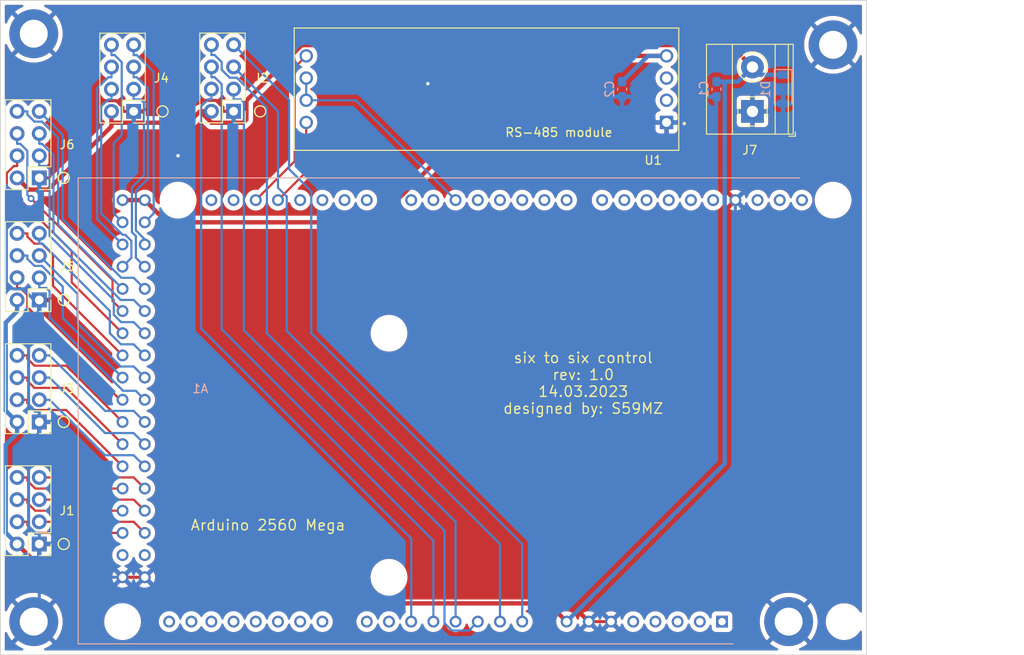
<source format=kicad_pcb>
(kicad_pcb (version 20211014) (generator pcbnew)
  (layers (0 "F.Cu" signal) (31 "B.Cu" signal) (34 "B.Paste" user) (35 "F.Paste" user) (36 "B.SilkS" user "B.Silkscreen") (37 "F.SilkS" user "F.Silkscreen") (38 "B.Mask" user) (39 "F.Mask" user) (44 "Edge.Cuts" user))
  (net 0 "")
  (net 3 "Net-(A1-Pad2)")
  (net 9 "+5V")
  (net 10 "Net-(A1-Pad18)")
  (net 23 "Net-(A1-Pad19)")
  (net 26 "/d54")
  (net 29 "/d55")
  (net 30 "/d56")
  (net 31 "/d57")
  (net 32 "/d58")
  (net 33 "/d59")
  (net 50 "+12V")
  (net 51 "GND")
  (net 54 "/d22")
  (net 55 "/d23")
  (net 56 "/d24")
  (net 57 "/d25")
  (net 58 "/d26")
  (net 59 "/d27")
  (net 60 "/d28")
  (net 61 "/d29")
  (net 62 "/d30")
  (net 63 "/d31")
  (net 64 "/d32")
  (net 65 "/d33")
  (net 66 "/d34")
  (net 67 "/d35")
  (net 68 "/d36")
  (net 69 "/d37")
  (net 70 "/d38")
  (net 71 "/d39")
  (net 72 "/d40")
  (net 73 "/d41")
  (net 74 "/d42")
  (net 75 "/d43")
  (net 76 "/d45")
  (net 77 "/d44")
  (net 78 "/d46")
  (net 79 "/d47")
  (net 80 "/d48")
  (net 81 "/d49")
  (net 82 "/d50")
  (net 83 "/d51")
  (footprint "Library:RS-485_module" (layer "F.Cu") (at 127.0015 72.39 180)
    (fp_text reference "U1" (at 1.525 -4.325) (layer "F.SilkS"))
    (fp_text value "RS-485_module")
    (pad "1" thru_hole rect locked (at 0 0 180) (size 1.53 1.53) (drill 1.02) (layers *.Cu *.Mask) (net 51 "GND"))
    (pad "2" thru_hole circle locked (at 0 2.54 180) (size 1.53 1.53) (drill 1.02) (layers *.Cu *.Mask))
    (pad "3" thru_hole circle locked (at 0 5.08 180) (size 1.53 1.53) (drill 1.02) (layers *.Cu *.Mask))
    (pad "4" thru_hole circle locked (at 0 7.62 180) (size 1.53 1.53) (drill 1.02) (layers *.Cu *.Mask) (net 9 "+5V"))
    (pad "5" thru_hole circle locked (at 41.22 7.62 180) (size 1.53 1.53) (drill 1.02) (layers *.Cu *.Mask) (net 23 "Net-(A1-Pad19)"))
    (pad "6" thru_hole circle locked (at 41.22 5.08 180) (size 1.53 1.53) (drill 1.02) (layers *.Cu *.Mask) (net 3 "Net-(A1-Pad2)"))
    (pad "7" thru_hole circle locked (at 41.22 2.54 180) (size 1.53 1.53) (drill 1.02) (layers *.Cu *.Mask) (net 3 "Net-(A1-Pad2)"))
    (pad "8" thru_hole circle locked (at 41.22 0 180) (size 1.53 1.53) (drill 1.02) (layers *.Cu *.Mask) (net 10 "Net-(A1-Pad18)"))
  )
  (footprint "Connector_PinHeader_2.54mm:PinHeader_2x04_P2.54mm_Vertical" (layer "F.Cu") (at 55.245 92.71 180)
    (fp_text reference "J5" (at -3.175 3.81) (layer "F.SilkS"))
    (fp_text value "relays")
    (pad "1" thru_hole rect locked (at 0 0 180) (size 1.7 1.7) (drill 1) (layers *.Cu *.Mask) (net 51 "GND"))
    (pad "2" thru_hole oval locked (at 2.54 0 180) (size 1.7 1.7) (drill 1) (layers *.Cu *.Mask) (net 50 "+12V"))
    (pad "3" thru_hole oval locked (at 0 2.54 180) (size 1.7 1.7) (drill 1) (layers *.Cu *.Mask) (net 70 "/d38"))
    (pad "4" thru_hole oval locked (at 2.54 2.54 180) (size 1.7 1.7) (drill 1) (layers *.Cu *.Mask) (net 71 "/d39"))
    (pad "5" thru_hole oval locked (at 0 5.08 180) (size 1.7 1.7) (drill 1) (layers *.Cu *.Mask) (net 68 "/d36"))
    (pad "6" thru_hole oval locked (at 2.54 5.08 180) (size 1.7 1.7) (drill 1) (layers *.Cu *.Mask) (net 69 "/d37"))
    (pad "7" thru_hole oval locked (at 0 7.62 180) (size 1.7 1.7) (drill 1) (layers *.Cu *.Mask) (net 66 "/d34"))
    (pad "8" thru_hole oval locked (at 2.54 7.62 180) (size 1.7 1.7) (drill 1) (layers *.Cu *.Mask) (net 67 "/d35"))
  )
  (footprint "Connector_PinHeader_2.54mm:PinHeader_2x04_P2.54mm_Vertical" (layer "F.Cu") (at 55.245 120.65 180)
    (fp_text reference "J1" (at -3.175 3.81) (layer "F.SilkS"))
    (fp_text value "relays")
    (pad "1" thru_hole rect locked (at 0 0 180) (size 1.7 1.7) (drill 1) (layers *.Cu *.Mask) (net 51 "GND"))
    (pad "2" thru_hole oval locked (at 2.54 0 180) (size 1.7 1.7) (drill 1) (layers *.Cu *.Mask) (net 50 "+12V"))
    (pad "3" thru_hole oval locked (at 0 2.54 180) (size 1.7 1.7) (drill 1) (layers *.Cu *.Mask) (net 82 "/d50"))
    (pad "4" thru_hole oval locked (at 2.54 2.54 180) (size 1.7 1.7) (drill 1) (layers *.Cu *.Mask) (net 83 "/d51"))
    (pad "5" thru_hole oval locked (at 0 5.08 180) (size 1.7 1.7) (drill 1) (layers *.Cu *.Mask) (net 80 "/d48"))
    (pad "6" thru_hole oval locked (at 2.54 5.08 180) (size 1.7 1.7) (drill 1) (layers *.Cu *.Mask) (net 81 "/d49"))
    (pad "7" thru_hole oval locked (at 0 7.62 180) (size 1.7 1.7) (drill 1) (layers *.Cu *.Mask) (net 78 "/d46"))
    (pad "8" thru_hole oval locked (at 2.54 7.62 180) (size 1.7 1.7) (drill 1) (layers *.Cu *.Mask) (net 79 "/d47"))
  )
  (footprint "Connector_PinHeader_2.54mm:PinHeader_2x04_P2.54mm_Vertical" (layer "F.Cu") (at 66.04 71.12 180)
    (fp_text reference "J4" (at -3.175 3.81) (layer "F.SilkS"))
    (fp_text value "relays")
    (pad "1" thru_hole rect locked (at 0 0 180) (size 1.7 1.7) (drill 1) (layers *.Cu *.Mask) (net 51 "GND"))
    (pad "2" thru_hole oval locked (at 2.54 0 180) (size 1.7 1.7) (drill 1) (layers *.Cu *.Mask) (net 50 "+12V"))
    (pad "3" thru_hole oval locked (at 0 2.54 180) (size 1.7 1.7) (drill 1) (layers *.Cu *.Mask) (net 58 "/d26"))
    (pad "4" thru_hole oval locked (at 2.54 2.54 180) (size 1.7 1.7) (drill 1) (layers *.Cu *.Mask) (net 59 "/d27"))
    (pad "5" thru_hole oval locked (at 0 5.08 180) (size 1.7 1.7) (drill 1) (layers *.Cu *.Mask) (net 56 "/d24"))
    (pad "6" thru_hole oval locked (at 2.54 5.08 180) (size 1.7 1.7) (drill 1) (layers *.Cu *.Mask) (net 57 "/d25"))
    (pad "7" thru_hole oval locked (at 0 7.62 180) (size 1.7 1.7) (drill 1) (layers *.Cu *.Mask) (net 54 "/d22"))
    (pad "8" thru_hole oval locked (at 2.54 7.62 180) (size 1.7 1.7) (drill 1) (layers *.Cu *.Mask) (net 55 "/d23"))
  )
  (footprint "MountingHole:MountingHole_3.2mm_M3_DIN965_Pad" (layer "F.Cu") (at 140.97 129.54)
    (fp_text reference "H4" hide)
    (fp_text value "M3")
    (pad "1" thru_hole circle locked (at 0 0) (size 5.6 5.6) (drill 3.2) (layers *.Cu *.Mask) (net 51 "GND"))
  )
  (footprint "MountingHole:MountingHole_3.2mm_M3_DIN965_Pad" (layer "F.Cu") (at 54.61 129.54)
    (fp_text reference "H3" hide)
    (fp_text value "M3")
    (pad "1" thru_hole circle locked (at 0 0) (size 5.6 5.6) (drill 3.2) (layers *.Cu *.Mask) (net 51 "GND"))
  )
  (footprint "MountingHole:MountingHole_3.2mm_M3_DIN965_Pad" (layer "F.Cu") (at 146.05 63.5)
    (fp_text reference "H2" hide)
    (fp_text value "M3")
    (pad "1" thru_hole circle locked (at 0 0) (size 5.6 5.6) (drill 3.2) (layers *.Cu *.Mask) (net 51 "GND"))
  )
  (footprint "Connector_PinHeader_2.54mm:PinHeader_2x04_P2.54mm_Vertical" (layer "F.Cu") (at 77.475 71.11 180)
    (fp_text reference "J2" (at -3.17 3.8) (layer "F.SilkS"))
    (fp_text value "relays")
    (pad "1" thru_hole rect locked (at 0 0 180) (size 1.7 1.7) (drill 1) (layers *.Cu *.Mask) (net 51 "GND"))
    (pad "2" thru_hole oval locked (at 2.54 0 180) (size 1.7 1.7) (drill 1) (layers *.Cu *.Mask) (net 50 "+12V"))
    (pad "3" thru_hole oval locked (at 0 2.54 180) (size 1.7 1.7) (drill 1) (layers *.Cu *.Mask) (net 30 "/d56"))
    (pad "4" thru_hole oval locked (at 2.54 2.54 180) (size 1.7 1.7) (drill 1) (layers *.Cu *.Mask) (net 33 "/d59"))
    (pad "5" thru_hole oval locked (at 0 5.08 180) (size 1.7 1.7) (drill 1) (layers *.Cu *.Mask) (net 29 "/d55"))
    (pad "6" thru_hole oval locked (at 2.54 5.08 180) (size 1.7 1.7) (drill 1) (layers *.Cu *.Mask) (net 32 "/d58"))
    (pad "7" thru_hole oval locked (at 0 7.62 180) (size 1.7 1.7) (drill 1) (layers *.Cu *.Mask) (net 26 "/d54"))
    (pad "8" thru_hole oval locked (at 2.54 7.62 180) (size 1.7 1.7) (drill 1) (layers *.Cu *.Mask) (net 31 "/d57"))
  )
  (footprint "TerminalBlock_Phoenix:TerminalBlock_Phoenix_MKDS-1,5-2-5.08_1x02_P5.08mm_Horizontal" (layer "F.Cu") (at 136.83 71.125 90)
    (fp_text reference "J7" (at -4.44 -0.305) (layer "F.SilkS"))
    (fp_text value "12V Power")
    (pad "1" thru_hole rect locked (at 0 0 90) (size 2.6 2.6) (drill 1.3) (layers *.Cu *.Mask) (net 51 "GND"))
    (pad "2" thru_hole circle locked (at 5.08 0 90) (size 2.6 2.6) (drill 1.3) (layers *.Cu *.Mask) (net 50 "+12V"))
  )
  (footprint "MountingHole:MountingHole_3.2mm_M3_DIN965_Pad" (layer "F.Cu") (at 54.61 62.23)
    (fp_text reference "H1" hide)
    (fp_text value "M3")
    (pad "1" thru_hole circle locked (at 0 0) (size 5.6 5.6) (drill 3.2) (layers *.Cu *.Mask) (net 51 "GND"))
  )
  (footprint "Connector_PinHeader_2.54mm:PinHeader_2x04_P2.54mm_Vertical" (layer "F.Cu") (at 55.245 106.68 180)
    (fp_text reference "J3" (at -3.175 3.81) (layer "F.SilkS"))
    (fp_text value "relays")
    (pad "1" thru_hole rect locked (at 0 0 180) (size 1.7 1.7) (drill 1) (layers *.Cu *.Mask) (net 51 "GND"))
    (pad "2" thru_hole oval locked (at 2.54 0 180) (size 1.7 1.7) (drill 1) (layers *.Cu *.Mask) (net 50 "+12V"))
    (pad "3" thru_hole oval locked (at 0 2.54 180) (size 1.7 1.7) (drill 1) (layers *.Cu *.Mask) (net 77 "/d44"))
    (pad "4" thru_hole oval locked (at 2.54 2.54 180) (size 1.7 1.7) (drill 1) (layers *.Cu *.Mask) (net 76 "/d45"))
    (pad "5" thru_hole oval locked (at 0 5.08 180) (size 1.7 1.7) (drill 1) (layers *.Cu *.Mask) (net 74 "/d42"))
    (pad "6" thru_hole oval locked (at 2.54 5.08 180) (size 1.7 1.7) (drill 1) (layers *.Cu *.Mask) (net 75 "/d43"))
    (pad "7" thru_hole oval locked (at 0 7.62 180) (size 1.7 1.7) (drill 1) (layers *.Cu *.Mask) (net 72 "/d40"))
    (pad "8" thru_hole oval locked (at 2.54 7.62 180) (size 1.7 1.7) (drill 1) (layers *.Cu *.Mask) (net 73 "/d41"))
  )
  (footprint "Connector_PinHeader_2.54mm:PinHeader_2x04_P2.54mm_Vertical" (layer "F.Cu") (at 55.245 78.74 180)
    (fp_text reference "J6" (at -3.175 3.81) (layer "F.SilkS"))
    (fp_text value "relays")
    (pad "1" thru_hole rect locked (at 0 0 180) (size 1.7 1.7) (drill 1) (layers *.Cu *.Mask) (net 51 "GND"))
    (pad "2" thru_hole oval locked (at 2.54 0 180) (size 1.7 1.7) (drill 1) (layers *.Cu *.Mask) (net 50 "+12V"))
    (pad "3" thru_hole oval locked (at 0 2.54 180) (size 1.7 1.7) (drill 1) (layers *.Cu *.Mask) (net 64 "/d32"))
    (pad "4" thru_hole oval locked (at 2.54 2.54 180) (size 1.7 1.7) (drill 1) (layers *.Cu *.Mask) (net 65 "/d33"))
    (pad "5" thru_hole oval locked (at 0 5.08 180) (size 1.7 1.7) (drill 1) (layers *.Cu *.Mask) (net 62 "/d30"))
    (pad "6" thru_hole oval locked (at 2.54 5.08 180) (size 1.7 1.7) (drill 1) (layers *.Cu *.Mask) (net 63 "/d31"))
    (pad "7" thru_hole oval locked (at 0 7.62 180) (size 1.7 1.7) (drill 1) (layers *.Cu *.Mask) (net 60 "/d28"))
    (pad "8" thru_hole oval locked (at 2.54 7.62 180) (size 1.7 1.7) (drill 1) (layers *.Cu *.Mask) (net 61 "/d29"))
  )
  (footprint "Capacitor_SMD:C_0603_1608Metric_Pad1.08x0.95mm_HandSolder" (layer "B.Cu") (at 132.715 68.585 -90)
    (fp_text reference "C1" (at 0 1.43 90) (layer "B.SilkS") (effects (justify mirror)))
    (fp_text value "100n")
    (pad "1" smd roundrect locked (at -0.8625 0 270) (size 1.075 0.95) (layers "B.Cu" "B.Paste" "B.Mask") (net 50 "+12V"))
    (pad "2" smd roundrect locked (at 0.8625 0 270) (size 1.075 0.95) (layers "B.Cu" "B.Paste" "B.Mask") (net 51 "GND"))
  )
  (footprint "Library:ARDUINO_mega" (layer "B.Cu") (at 67.31 81.28 90)
    (fp_text reference "A1" (at -21.59 6.35 180) (layer "B.SilkS") (effects (justify mirror)))
    (fp_text value "Arduino_mega")
    (pad "" np_thru_hole circle locked (at 0 78.74 90) (size 3.2 3.2) (drill 3.2) (layers *.Cu *.Mask))
    (pad "" np_thru_hole circle locked (at 0 3.81 90) (size 3.2 3.2) (drill 3.2) (layers *.Cu *.Mask))
    (pad "" np_thru_hole circle locked (at -43.18 27.94 90) (size 3.2 3.2) (drill 3.2) (layers *.Cu *.Mask))
    (pad "" np_thru_hole circle locked (at -15.24 27.94 90) (size 3.2 3.2) (drill 3.2) (layers *.Cu *.Mask))
    (pad "" np_thru_hole circle locked (at -48.26 -2.54 90) (size 3.2 3.2) (drill 3.2) (layers *.Cu *.Mask))
    (pad "" np_thru_hole circle locked (at -48.26 80.01 90) (size 3.2 3.2) (drill 3.2) (layers *.Cu *.Mask))
    (pad "0" thru_hole circle locked (at 0 30.48 90) (size 1.358 1.358) (drill 0.85) (layers *.Cu *.Mask))
    (pad "1" thru_hole circle locked (at 0 33.02 90) (size 1.358 1.358) (drill 0.85) (layers *.Cu *.Mask))
    (pad "2" thru_hole circle locked (at 0 35.56 90) (size 1.358 1.358) (drill 0.85) (layers *.Cu *.Mask) (net 3 "Net-(A1-Pad2)"))
    (pad "3" thru_hole circle locked (at 0 38.1 90) (size 1.358 1.358) (drill 0.85) (layers *.Cu *.Mask))
    (pad "3V3" thru_hole circle locked (at -48.26 58.42 90) (size 1.358 1.358) (drill 0.85) (layers *.Cu *.Mask))
    (pad "4" thru_hole circle locked (at 0 40.64 90) (size 1.358 1.358) (drill 0.85) (layers *.Cu *.Mask))
    (pad "5" thru_hole circle locked (at 0 43.18 90) (size 1.358 1.358) (drill 0.85) (layers *.Cu *.Mask))
    (pad "5V_1" thru_hole circle locked (at -48.26 55.88 90) (size 1.358 1.358) (drill 0.85) (layers *.Cu *.Mask))
    (pad "5V_2" thru_hole circle locked (at 0 0 90) (size 1.358 1.358) (drill 0.85) (layers *.Cu *.Mask) (net 9 "+5V"))
    (pad "5V_3" thru_hole circle locked (at 0 -2.54 90) (size 1.358 1.358) (drill 0.85) (layers *.Cu *.Mask) (net 9 "+5V"))
    (pad "6" thru_hole circle locked (at 0 45.72 90) (size 1.358 1.358) (drill 0.85) (layers *.Cu *.Mask))
    (pad "7" thru_hole circle locked (at 0 48.26 90) (size 1.358 1.358) (drill 0.85) (layers *.Cu *.Mask))
    (pad "8" thru_hole circle locked (at 0 52.324 90) (size 1.358 1.358) (drill 0.85) (layers *.Cu *.Mask))
    (pad "9" thru_hole circle locked (at 0 54.864 90) (size 1.358 1.358) (drill 0.85) (layers *.Cu *.Mask))
    (pad "10" thru_hole circle locked (at 0 57.404 90) (size 1.358 1.358) (drill 0.85) (layers *.Cu *.Mask))
    (pad "11" thru_hole circle locked (at 0 59.944 90) (size 1.358 1.358) (drill 0.85) (layers *.Cu *.Mask))
    (pad "12" thru_hole circle locked (at 0 62.484 90) (size 1.358 1.358) (drill 0.85) (layers *.Cu *.Mask))
    (pad "13" thru_hole circle locked (at 0 65.024 90) (size 1.358 1.358) (drill 0.85) (layers *.Cu *.Mask))
    (pad "14" thru_hole circle locked (at 0 25.4 90) (size 1.358 1.358) (drill 0.85) (layers *.Cu *.Mask))
    (pad "15" thru_hole circle locked (at 0 22.86 90) (size 1.358 1.358) (drill 0.85) (layers *.Cu *.Mask))
    (pad "16" thru_hole circle locked (at 0 20.32 90) (size 1.358 1.358) (drill 0.85) (layers *.Cu *.Mask))
    (pad "17" thru_hole circle locked (at 0 17.78 90) (size 1.358 1.358) (drill 0.85) (layers *.Cu *.Mask))
    (pad "18" thru_hole circle locked (at 0 15.24 90) (size 1.358 1.358) (drill 0.85) (layers *.Cu *.Mask) (net 10 "Net-(A1-Pad18)"))
    (pad "19" thru_hole circle locked (at 0 12.7 90) (size 1.358 1.358) (drill 0.85) (layers *.Cu *.Mask) (net 23 "Net-(A1-Pad19)"))
    (pad "20" thru_hole circle locked (at 0 10.16 90) (size 1.358 1.358) (drill 0.85) (layers *.Cu *.Mask))
    (pad "21" thru_hole circle locked (at 0 7.62 90) (size 1.358 1.358) (drill 0.85) (layers *.Cu *.Mask))
    (pad "22" thru_hole circle locked (at -2.54 0 90) (size 1.358 1.358) (drill 0.85) (layers *.Cu *.Mask) (net 54 "/d22"))
    (pad "23" thru_hole circle locked (at -2.54 -2.54 90) (size 1.358 1.358) (drill 0.85) (layers *.Cu *.Mask) (net 55 "/d23"))
    (pad "24" thru_hole circle locked (at -5.08 0 90) (size 1.358 1.358) (drill 0.85) (layers *.Cu *.Mask) (net 56 "/d24"))
    (pad "25" thru_hole circle locked (at -5.08 -2.54 90) (size 1.358 1.358) (drill 0.85) (layers *.Cu *.Mask) (net 57 "/d25"))
    (pad "26" thru_hole circle locked (at -7.62 0 90) (size 1.358 1.358) (drill 0.85) (layers *.Cu *.Mask) (net 58 "/d26"))
    (pad "27" thru_hole circle locked (at -7.62 -2.54 90) (size 1.358 1.358) (drill 0.85) (layers *.Cu *.Mask) (net 59 "/d27"))
    (pad "28" thru_hole circle locked (at -10.16 0 90) (size 1.358 1.358) (drill 0.85) (layers *.Cu *.Mask) (net 60 "/d28"))
    (pad "29" thru_hole circle locked (at -10.16 -2.54 90) (size 1.358 1.358) (drill 0.85) (layers *.Cu *.Mask) (net 61 "/d29"))
    (pad "30" thru_hole circle locked (at -12.7 0 90) (size 1.358 1.358) (drill 0.85) (layers *.Cu *.Mask) (net 62 "/d30"))
    (pad "31" thru_hole circle locked (at -12.7 -2.54 90) (size 1.358 1.358) (drill 0.85) (layers *.Cu *.Mask) (net 63 "/d31"))
    (pad "32" thru_hole circle locked (at -15.24 0 90) (size 1.358 1.358) (drill 0.85) (layers *.Cu *.Mask) (net 64 "/d32"))
    (pad "33" thru_hole circle locked (at -15.24 -2.54 90) (size 1.358 1.358) (drill 0.85) (layers *.Cu *.Mask) (net 65 "/d33"))
    (pad "34" thru_hole circle locked (at -17.78 0 90) (size 1.358 1.358) (drill 0.85) (layers *.Cu *.Mask) (net 66 "/d34"))
    (pad "35" thru_hole circle locked (at -17.78 -2.54 90) (size 1.358 1.358) (drill 0.85) (layers *.Cu *.Mask) (net 67 "/d35"))
    (pad "36" thru_hole circle locked (at -20.32 0 90) (size 1.358 1.358) (drill 0.85) (layers *.Cu *.Mask) (net 68 "/d36"))
    (pad "37" thru_hole circle locked (at -20.32 -2.54 90) (size 1.358 1.358) (drill 0.85) (layers *.Cu *.Mask) (net 69 "/d37"))
    (pad "38" thru_hole circle locked (at -22.86 0 90) (size 1.358 1.358) (drill 0.85) (layers *.Cu *.Mask) (net 70 "/d38"))
    (pad "39" thru_hole circle locked (at -22.86 -2.54 90) (size 1.358 1.358) (drill 0.85) (layers *.Cu *.Mask) (net 71 "/d39"))
    (pad "40" thru_hole circle locked (at -25.4 0 90) (size 1.358 1.358) (drill 0.85) (layers *.Cu *.Mask) (net 72 "/d40"))
    (pad "41" thru_hole circle locked (at -25.4 -2.54 90) (size 1.358 1.358) (drill 0.85) (layers *.Cu *.Mask) (net 73 "/d41"))
    (pad "42" thru_hole circle locked (at -27.94 0 90) (size 1.358 1.358) (drill 0.85) (layers *.Cu *.Mask) (net 74 "/d42"))
    (pad "43" thru_hole circle locked (at -27.94 -2.54 90) (size 1.358 1.358) (drill 0.85) (layers *.Cu *.Mask) (net 75 "/d43"))
    (pad "44" thru_hole circle locked (at -30.48 0 90) (size 1.358 1.358) (drill 0.85) (layers *.Cu *.Mask) (net 77 "/d44"))
    (pad "45" thru_hole circle locked (at -30.48 -2.54 90) (size 1.358 1.358) (drill 0.85) (layers *.Cu *.Mask) (net 76 "/d45"))
    (pad "46" thru_hole circle locked (at -33.02 0 90) (size 1.358 1.358) (drill 0.85) (layers *.Cu *.Mask) (net 78 "/d46"))
    (pad "47" thru_hole circle locked (at -33.02 -2.54 90) (size 1.358 1.358) (drill 0.85) (layers *.Cu *.Mask) (net 79 "/d47"))
    (pad "48" thru_hole circle locked (at -35.56 0 90) (size 1.358 1.358) (drill 0.85) (layers *.Cu *.Mask) (net 80 "/d48"))
    (pad "49" thru_hole circle locked (at -35.56 -2.54 90) (size 1.358 1.358) (drill 0.85) (layers *.Cu *.Mask) (net 81 "/d49"))
    (pad "50" thru_hole circle locked (at -38.1 0 90) (size 1.358 1.358) (drill 0.85) (layers *.Cu *.Mask) (net 82 "/d50"))
    (pad "51" thru_hole circle locked (at -38.1 -2.54 90) (size 1.358 1.358) (drill 0.85) (layers *.Cu *.Mask) (net 83 "/d51"))
    (pad "52" thru_hole circle locked (at -40.64 0 90) (size 1.358 1.358) (drill 0.85) (layers *.Cu *.Mask))
    (pad "53" thru_hole circle locked (at -40.64 -2.54 90) (size 1.358 1.358) (drill 0.85) (layers *.Cu *.Mask))
    (pad "AD0" thru_hole circle locked (at -48.26 43.18 90) (size 1.358 1.358) (drill 0.85) (layers *.Cu *.Mask) (net 26 "/d54"))
    (pad "AD1" thru_hole circle locked (at -48.26 40.64 90) (size 1.358 1.358) (drill 0.85) (layers *.Cu *.Mask) (net 29 "/d55"))
    (pad "AD2" thru_hole circle locked (at -48.26 38.1 90) (size 1.358 1.358) (drill 0.85) (layers *.Cu *.Mask) (net 30 "/d56"))
    (pad "AD3" thru_hole circle locked (at -48.26 35.56 90) (size 1.358 1.358) (drill 0.85) (layers *.Cu *.Mask) (net 31 "/d57"))
    (pad "AD4" thru_hole circle locked (at -48.26 33.02 90) (size 1.358 1.358) (drill 0.85) (layers *.Cu *.Mask) (net 32 "/d58"))
    (pad "AD5" thru_hole circle locked (at -48.26 30.48 90) (size 1.358 1.358) (drill 0.85) (layers *.Cu *.Mask) (net 33 "/d59"))
    (pad "AD6" thru_hole circle locked (at -48.26 27.94 90) (size 1.358 1.358) (drill 0.85) (layers *.Cu *.Mask))
    (pad "AD7" thru_hole circle locked (at -48.26 25.4 90) (size 1.358 1.358) (drill 0.85) (layers *.Cu *.Mask))
    (pad "AD8" thru_hole circle locked (at -48.26 20.32 90) (size 1.358 1.358) (drill 0.85) (layers *.Cu *.Mask))
    (pad "AD9" thru_hole circle locked (at -48.26 17.78 90) (size 1.358 1.358) (drill 0.85) (layers *.Cu *.Mask))
    (pad "AD10" thru_hole circle locked (at -48.26 15.24 90) (size 1.358 1.358) (drill 0.85) (layers *.Cu *.Mask))
    (pad "AD11" thru_hole circle locked (at -48.26 12.7 90) (size 1.358 1.358) (drill 0.85) (layers *.Cu *.Mask))
    (pad "AD12" thru_hole circle locked (at -48.26 10.16 90) (size 1.358 1.358) (drill 0.85) (layers *.Cu *.Mask))
    (pad "AD13" thru_hole circle locked (at -48.26 7.62 90) (size 1.358 1.358) (drill 0.85) (layers *.Cu *.Mask))
    (pad "AD14" thru_hole circle locked (at -48.26 5.334 90) (size 1.358 1.358) (drill 0.85) (layers *.Cu *.Mask))
    (pad "AD15" thru_hole circle locked (at -48.26 2.794 90) (size 1.358 1.358) (drill 0.85) (layers *.Cu *.Mask))
    (pad "AREF" thru_hole circle locked (at 0 70.104 90) (size 1.358 1.358) (drill 0.85) (layers *.Cu *.Mask))
    (pad "GND1" thru_hole circle locked (at -48.26 53.34 90) (size 1.358 1.358) (drill 0.85) (layers *.Cu *.Mask) (net 51 "GND"))
    (pad "GND2" thru_hole circle locked (at -48.26 50.8 90) (size 1.358 1.358) (drill 0.85) (layers *.Cu *.Mask) (net 51 "GND"))
    (pad "GND3" thru_hole circle locked (at 0 67.564 90) (size 1.358 1.358) (drill 0.85) (layers *.Cu *.Mask) (net 51 "GND"))
    (pad "GND4" thru_hole circle locked (at -43.18 0 90) (size 1.358 1.358) (drill 0.85) (layers *.Cu *.Mask) (net 51 "GND"))
    (pad "GND5" thru_hole circle locked (at -43.18 -2.54 90) (size 1.358 1.358) (drill 0.85) (layers *.Cu *.Mask) (net 51 "GND"))
    (pad "IOREF" thru_hole circle locked (at -48.26 63.5 90) (size 1.358 1.358) (drill 0.85) (layers *.Cu *.Mask))
    (pad "NC" thru_hole rect locked (at -48.26 66.04 90) (size 1.358 1.358) (drill 0.85) (layers *.Cu *.Mask))
    (pad "RESET" thru_hole circle locked (at -48.26 60.96 90) (size 1.358 1.358) (drill 0.85) (layers *.Cu *.Mask))
    (pad "SCL" thru_hole circle locked (at 0 75.184 90) (size 1.358 1.358) (drill 0.85) (layers *.Cu *.Mask))
    (pad "SDA" thru_hole circle locked (at 0 72.644 90) (size 1.358 1.358) (drill 0.85) (layers *.Cu *.Mask))
    (pad "VIN" thru_hole circle locked (at -48.26 48.26 90) (size 1.358 1.358) (drill 0.85) (layers *.Cu *.Mask) (net 50 "+12V"))
  )
  (footprint "Diode_SMD:D_SOD-123" (layer "B.Cu") (at 140.335 68.585 -90)
    (fp_text reference "D1" (at 0 2 90) (layer "B.SilkS") (effects (justify mirror)))
    (fp_text value "1N4148W")
    (pad "1" smd rect locked (at -1.65 0 270) (size 0.9 1.2) (layers "B.Cu" "B.Paste" "B.Mask") (net 50 "+12V"))
    (pad "2" smd rect locked (at 1.65 0 270) (size 0.9 1.2) (layers "B.Cu" "B.Paste" "B.Mask") (net 51 "GND"))
  )
  (footprint "Capacitor_SMD:C_0603_1608Metric_Pad1.08x0.95mm_HandSolder" (layer "B.Cu") (at 121.9215 68.58 -90)
    (fp_text reference "C2" (at 0 1.43 90) (layer "B.SilkS") (effects (justify mirror)))
    (fp_text value "100n")
    (pad "1" smd roundrect locked (at -0.8625 0 270) (size 1.075 0.95) (layers "B.Cu" "B.Paste" "B.Mask") (net 9 "+5V"))
    (pad "2" smd roundrect locked (at 0.8625 0 270) (size 1.075 0.95) (layers "B.Cu" "B.Paste" "B.Mask") (net 51 "GND"))
  )
  (gr_circle (center 58.039 120.65) (end 58.547 121.031) (layer "F.SilkS") (width 0.15) (fill none))
  (gr_circle (center 58.039 92.71) (end 58.547 93.091) (layer "F.SilkS") (width 0.15) (fill none))
  (gr_circle (center 69.342 71.12) (end 69.85 71.501) (layer "F.SilkS") (width 0.15) (fill none))
  (gr_circle (center 58.039 106.68) (end 58.547 107.061) (layer "F.SilkS") (width 0.15) (fill none))
  (gr_circle (center 58.039 78.74) (end 58.547 79.121) (layer "F.SilkS") (width 0.15) (fill none))
  (gr_circle (center 80.518 71.12) (end 81.026 71.501) (layer "F.SilkS") (width 0.15) (fill none))
  (gr_rect locked (start 50.8 58.42) (end 149.86 133.35) (layer "Edge.Cuts") (width 0.1) (fill none))
  (gr_text "Arduino 2560 Mega" (at 81.407 118.491) (layer "F.SilkS") (effects (font (size 1.2 1.2))))
  (gr_text "RS-485 module" (at 114.681 73.533) (layer "F.SilkS") (effects (font (size 1 1))))
  (gr_text "six to six control\nrev: 1.0\n14.03.2023\ndesigned by: S59MZ" (at 117.475 102.235) (layer "F.SilkS") (effects (font (size 1.2 1.2))))
  (segment (start 85.7815 69.85) (end 85.7815 67.31) (width 0.25) (layer "B.Cu") (net 3))
  (segment (start 91.44 69.85) (end 85.7815 69.85) (width 0.25) (layer "B.Cu") (net 3))
  (segment (start 102.87 81.28) (end 91.44 69.85) (width 0.25) (layer "B.Cu") (net 3))
  (segment (start 112.6853 64.77) (end 93.6353 83.82) (width 0.5) (layer "F.Cu") (net 9))
  (segment (start 64.77 81.28) (end 67.31 81.28) (width 0.5) (layer "F.Cu") (net 9))
  (segment (start 69.85 83.82) (end 67.31 81.28) (width 0.5) (layer "F.Cu") (net 9))
  (segment (start 127.0015 64.77) (end 112.6853 64.77) (width 0.5) (layer "F.Cu") (net 9))
  (segment (start 93.6353 83.82) (end 69.85 83.82) (width 0.5) (layer "F.Cu") (net 9))
  (segment (start 121.9215 67.7175) (end 124.869 64.77) (width 0.5) (layer "B.Cu") (net 9))
  (segment (start 124.869 64.77) (end 127.0015 64.77) (width 0.5) (layer "B.Cu") (net 9))
  (segment (start 82.55 81.28) (end 85.7815 78.0485) (width 0.25) (layer "F.Cu") (net 10))
  (segment (start 85.7815 78.0485) (end 85.7815 72.39) (width 0.25) (layer "F.Cu") (net 10))
  (segment (start 84.455 66.0965) (end 85.7815 64.77) (width 0.25) (layer "F.Cu") (net 23))
  (segment (start 84.455 76.835) (end 84.455 66.0965) (width 0.25) (layer "F.Cu") (net 23))
  (segment (start 80.01 81.28) (end 84.455 76.835) (width 0.25) (layer "F.Cu") (net 23))
  (segment (start 86.36 80.264) (end 83.82 77.724) (width 0.25) (layer "B.Cu") (net 26))
  (segment (start 110.49 120.65) (end 86.36 96.52) (width 0.25) (layer "B.Cu") (net 26))
  (segment (start 110.49 129.54) (end 110.49 120.65) (width 0.25) (layer "B.Cu") (net 26))
  (segment (start 83.82 69.835) (end 77.475 63.49) (width 0.25) (layer "B.Cu") (net 26))
  (segment (start 86.36 96.52) (end 86.36 80.264) (width 0.25) (layer "B.Cu") (net 26))
  (segment (start 83.82 77.724) (end 83.82 69.835) (width 0.25) (layer "B.Cu") (net 26))
  (segment (start 83.554 96.254) (end 107.95 120.65) (width 0.25) (layer "B.Cu") (net 29))
  (segment (start 107.95 120.65) (end 107.95 129.54) (width 0.25) (layer "B.Cu") (net 29))
  (segment (start 82.55 71.105) (end 82.55 79.860129) (width 0.25) (layer "B.Cu") (net 29))
  (segment (start 83.554 80.864129) (end 83.554 96.254) (width 0.25) (layer "B.Cu") (net 29))
  (segment (start 82.55 79.860129) (end 83.554 80.864129) (width 0.25) (layer "B.Cu") (net 29))
  (segment (start 77.475 66.03) (end 82.55 71.105) (width 0.25) (layer "B.Cu") (net 29))
  (segment (start 104.3919 130.5581) (end 102.4434 130.5581) (width 0.25) (layer "B.Cu") (net 30))
  (segment (start 78.6503 70.1125) (end 78.2831 69.7453) (width 0.25) (layer "B.Cu") (net 30))
  (segment (start 77.475 69.7453) (end 77.475 68.57) (width 0.25) (layer "B.Cu") (net 30))
  (segment (start 78.6503 96.1763) (end 78.6503 70.1125) (width 0.25) (layer "B.Cu") (net 30))
  (segment (start 101.6 119.126) (end 78.6503 96.1763) (width 0.25) (layer "B.Cu") (net 30))
  (segment (start 101.6 129.7147) (end 101.6 119.126) (width 0.25) (layer "B.Cu") (net 30))
  (segment (start 102.4434 130.5581) (end 101.6 129.7147) (width 0.25) (layer "B.Cu") (net 30))
  (segment (start 105.41 129.54) (end 104.3919 130.5581) (width 0.25) (layer "B.Cu") (net 30))
  (segment (start 78.2831 69.7453) (end 77.475 69.7453) (width 0.25) (layer "B.Cu") (net 30))
  (segment (start 81.28 70.7086) (end 77.838 67.2666) (width 0.25) (layer "B.Cu") (net 31))
  (segment (start 75.3024 64.6653) (end 74.935 64.6653) (width 0.25) (layer "B.Cu") (net 31))
  (segment (start 77.0274 67.2666) (end 76.1103 66.3495) (width 0.25) (layer "B.Cu") (net 31))
  (segment (start 77.838 67.2666) (end 77.0274 67.2666) (width 0.25) (layer "B.Cu") (net 31))
  (segment (start 74.935 64.6653) (end 74.935 63.49) (width 0.25) (layer "B.Cu") (net 31))
  (segment (start 81.28 96.52) (end 81.28 70.7086) (width 0.25) (layer "B.Cu") (net 31))
  (segment (start 102.87 129.54) (end 102.87 118.11) (width 0.25) (layer "B.Cu") (net 31))
  (segment (start 102.87 118.11) (end 81.28 96.52) (width 0.25) (layer "B.Cu") (net 31))
  (segment (start 76.1103 65.4732) (end 75.3024 64.6653) (width 0.25) (layer "B.Cu") (net 31))
  (segment (start 76.1103 66.3495) (end 76.1103 65.4732) (width 0.25) (layer "B.Cu") (net 31))
  (segment (start 75.3024 67.2053) (end 74.935 67.2053) (width 0.25) (layer "B.Cu") (net 32))
  (segment (start 74.935 66.03) (end 74.935 67.2053) (width 0.25) (layer "B.Cu") (net 32))
  (segment (start 100.33 129.54) (end 100.33 120.2768) (width 0.25) (layer "B.Cu") (net 32))
  (segment (start 76.1103 68.0132) (end 75.3024 67.2053) (width 0.25) (layer "B.Cu") (net 32))
  (segment (start 100.33 120.2768) (end 76.1103 96.0571) (width 0.25) (layer "B.Cu") (net 32))
  (segment (start 76.1103 96.0571) (end 76.1103 68.0132) (width 0.25) (layer "B.Cu") (net 32))
  (segment (start 73.7597 70.5532) (end 74.5676 69.7453) (width 0.25) (layer "B.Cu") (net 33))
  (segment (start 74.935 69.7453) (end 74.935 68.57) (width 0.25) (layer "B.Cu") (net 33))
  (segment (start 97.79 120.015) (end 73.7597 95.9847) (width 0.25) (layer "B.Cu") (net 33))
  (segment (start 97.79 129.54) (end 97.79 120.015) (width 0.25) (layer "B.Cu") (net 33))
  (segment (start 74.5676 69.7453) (end 74.935 69.7453) (width 0.25) (layer "B.Cu") (net 33))
  (segment (start 73.7597 95.9847) (end 73.7597 70.5532) (width 0.25) (layer "B.Cu") (net 33))
  (segment (start 85.2768 63.5303) (end 78.9392 69.8679) (width 0.5) (layer "F.Cu") (net 50))
  (segment (start 56.264 80.0742) (end 63.5 72.8382) (width 0.5) (layer "F.Cu") (net 50))
  (segment (start 113.4812 127.4512) (end 69.417316 127.4512) (width 0.5) (layer "F.Cu") (net 50))
  (segment (start 52.705 78.74) (end 54.0392 80.0742) (width 0.5) (layer "F.Cu") (net 50))
  (segment (start 54.0392 80.0742) (end 56.264 80.0742) (width 0.5) (layer "F.Cu") (net 50))
  (segment (start 134.3153 63.5303) (end 85.2768 63.5303) (width 0.5) (layer "F.Cu") (net 50))
  (segment (start 58.801 126.746) (end 52.705 120.65) (width 0.5) (layer "F.Cu") (net 50))
  (segment (start 63.5 71.12) (end 63.5 72.4203) (width 0.5) (layer "F.Cu") (net 50))
  (segment (start 136.83 66.045) (end 134.3153 63.5303) (width 0.5) (layer "F.Cu") (net 50))
  (segment (start 78.9392 69.8679) (end 78.9392 72.0419) (width 0.5) (layer "F.Cu") (net 50))
  (segment (start 115.57 129.54) (end 113.4812 127.4512) (width 0.5) (layer "F.Cu") (net 50))
  (segment (start 73.6347 71.11) (end 72.3244 72.4203) (width 0.5) (layer "F.Cu") (net 50))
  (segment (start 72.3244 72.4203) (end 63.5 72.4203) (width 0.5) (layer "F.Cu") (net 50))
  (segment (start 74.9446 72.4199) (end 73.6347 71.11) (width 0.5) (layer "F.Cu") (net 50))
  (segment (start 63.5 72.8382) (end 63.5 72.4203) (width 0.5) (layer "F.Cu") (net 50))
  (segment (start 69.417316 127.4512) (end 68.712116 126.746) (width 0.5) (layer "F.Cu") (net 50))
  (segment (start 78.9392 72.0419) (end 78.5612 72.4199) (width 0.5) (layer "F.Cu") (net 50))
  (segment (start 74.935 71.11) (end 73.6347 71.11) (width 0.5) (layer "F.Cu") (net 50))
  (segment (start 68.712116 126.746) (end 58.801 126.746) (width 0.5) (layer "F.Cu") (net 50))
  (segment (start 78.5612 72.4199) (end 74.9446 72.4199) (width 0.5) (layer "F.Cu") (net 50))
  (segment (start 52.705 106.68) (end 52.705 107.9803) (width 0.5) (layer "B.Cu") (net 50))
  (segment (start 133.6567 67.7225) (end 133.6567 111.4533) (width 0.5) (layer "B.Cu") (net 50))
  (segment (start 51.4047 119.3497) (end 51.4047 109.2806) (width 0.5) (layer "B.Cu") (net 50))
  (segment (start 132.715 67.7225) (end 133.6567 67.7225) (width 0.5) (layer "B.Cu") (net 50))
  (segment (start 51.4047 109.2806) (end 52.705 107.9803) (width 0.5) (layer "B.Cu") (net 50))
  (segment (start 135.1525 67.7225) (end 136.83 66.045) (width 0.5) (layer "B.Cu") (net 50))
  (segment (start 137.72 66.935) (end 136.83 66.045) (width 0.5) (layer "B.Cu") (net 50))
  (segment (start 140.335 66.935) (end 137.72 66.935) (width 0.5) (layer "B.Cu") (net 50))
  (segment (start 52.705 120.65) (end 51.4047 119.3497) (width 0.5) (layer "B.Cu") (net 50))
  (segment (start 52.705 92.71) (end 52.705 94.0103) (width 0.5) (layer "B.Cu") (net 50))
  (segment (start 133.6567 67.7225) (end 135.1525 67.7225) (width 0.5) (layer "B.Cu") (net 50))
  (segment (start 51.4047 105.3797) (end 51.4047 95.3106) (width 0.5) (layer "B.Cu") (net 50))
  (segment (start 52.705 106.68) (end 51.4047 105.3797) (width 0.5) (layer "B.Cu") (net 50))
  (segment (start 51.4047 95.3106) (end 52.705 94.0103) (width 0.5) (layer "B.Cu") (net 50))
  (segment (start 133.6567 111.4533) (end 115.57 129.54) (width 0.5) (layer "B.Cu") (net 50))
  (segment (start 64.8147 70.6604) (end 64.8147 71.12) (width 0.35) (layer "F.Cu") (net 51))
  (segment (start 67.31 124.46) (end 64.77 124.46) (width 0.35) (layer "F.Cu") (net 51))
  (segment (start 75.4574 69.8582) (end 68.5271 69.8582) (width 0.35) (layer "F.Cu") (net 51))
  (segment (start 55.245 78.74) (end 56.4703 78.74) (width 0.35) (layer "F.Cu") (net 51))
  (segment (start 115.3962 126.8262) (end 69.6762 126.8262) (width 0.35) (layer "F.Cu") (net 51))
  (segment (start 133.8897 72.39) (end 135.1547 71.125) (width 0.35) (layer "F.Cu") (net 51))
  (segment (start 76.2497 70.6505) (end 75.4574 69.8582) (width 0.35) (layer "F.Cu") (net 51))
  (segment (start 133.8897 72.39) (end 133.8897 80.2957) (width 0.35) (layer "F.Cu") (net 51))
  (segment (start 69.6762 126.8262) (end 67.31 124.46) (width 0.35) (layer "F.Cu") (net 51))
  (segment (start 127.0015 72.39) (end 133.8897 72.39) (width 0.35) (layer "F.Cu") (net 51))
  (segment (start 118.11 129.54) (end 115.3962 126.8262) (width 0.35) (layer "F.Cu") (net 51))
  (segment (start 54.61 62.23) (end 62.2747 69.8947) (width 0.35) (layer "F.Cu") (net 51))
  (segment (start 120.65 129.54) (end 118.11 129.54) (width 0.35) (layer "F.Cu") (net 51))
  (segment (start 64.049 69.8947) (end 64.8147 70.6604) (width 0.35) (layer "F.Cu") (net 51))
  (segment (start 77.475 71.11) (end 76.2497 71.11) (width 0.35) (layer "F.Cu") (net 51))
  (segment (start 62.2747 69.8947) (end 64.049 69.8947) (width 0.35) (layer "F.Cu") (net 51))
  (segment (start 136.83 71.125) (end 135.1547 71.125) (width 0.35) (layer "F.Cu") (net 51))
  (segment (start 56.4703 75.6991) (end 56.4703 78.74) (width 0.35) (layer "F.Cu") (net 51))
  (segment (start 76.2497 71.11) (end 76.2497 70.6505) (width 0.35) (layer "F.Cu") (net 51))
  (segment (start 68.5271 69.8582) (end 67.2653 71.12) (width 0.35) (layer "F.Cu") (net 51))
  (segment (start 62.2747 69.8947) (end 56.4703 75.6991) (width 0.35) (layer "F.Cu") (net 51))
  (segment (start 66.04 71.12) (end 67.2653 71.12) (width 0.35) (layer "F.Cu") (net 51))
  (segment (start 133.8897 80.2957) (end 134.874 81.28) (width 0.35) (layer "F.Cu") (net 51))
  (segment (start 66.04 71.12) (end 64.8147 71.12) (width 0.35) (layer "F.Cu") (net 51))
  (via (at 99.695 67.945) (size 0.8) (drill 0.4) (layers "F.Cu" "B.Cu") (net 51))
  (via (at 71.12 76.2) (size 0.8) (drill 0.4) (layers "F.Cu" "B.Cu") (net 51))
  (segment (start 54.7854 105.4547) (end 55.245 105.4547) (width 0.35) (layer "B.Cu") (net 51))
  (segment (start 54.468 82.0575) (end 55.245 81.2805) (width 0.35) (layer "B.Cu") (net 51))
  (segment (start 54.0197 95.1606) (end 54.0197 104.689) (width 0.35) (layer "B.Cu") (net 51))
  (segment (start 55.245 93.3081) (end 55.245 93.9353) (width 0.35) (layer "B.Cu") (net 51))
  (segment (start 55.245 92.71) (end 55.245 93.3081) (width 0.35) (layer "B.Cu") (net 51))
  (segment (start 139.8474 70.235) (end 139.3597 70.235) (width 0.35) (layer "B.Cu") (net 51))
  (segment (start 134.874 123.444) (end 140.97 129.54) (width 0.35) (layer "B.Cu") (net 51))
  (segment (start 55.245 119.4247) (end 54.7854 119.4247) (width 0.35) (layer "B.Cu") (net 51))
  (segment (start 140.335 69.4097) (end 146.05 63.6947) (width 0.35) (layer "B.Cu") (net 51))
  (segment (start 136.83 71.125) (end 138.5053 71.125) (width 0.35) (layer "B.Cu") (net 51))
  (segment (start 139.8474 70.235) (end 140.335 70.235) (width 0.35) (layer "B.Cu") (net 51))
  (segment (start 139.3597 70.2706) (end 138.5053 71.125) (width 0.35) (layer "B.Cu") (net 51))
  (segment (start 55.245 124.46) (end 55.245 120.65) (width 0.35) (layer "B.Cu") (net 51))
  (segment (start 52.1908 91.4401) (end 51.4763 90.7256) (width 0.35) (layer "B.Cu") (net 51))
  (segment (start 121.9215 69.4425) (end 122.9137 69.4425) (width 0.35) (layer "B.Cu") (net 51))
  (segment (start 51.4763 84.5658) (end 53.9846 82.0575) (width 0.35) (layer "B.Cu") (net 51))
  (segment (start 134.874 81.28) (end 134.874 123.444) (width 0.35) (layer "B.Cu") (net 51))
  (segment (start 139.3597 70.235) (end 139.3597 70.2706) (width 0.35) (layer "B.Cu") (net 51))
  (segment (start 55.245 93.3081) (end 53.377 91.4401) (width 0.35) (layer "B.Cu") (net 51))
  (segment (start 51.4763 90.7256) (end 51.4763 84.5658) (width 0.35) (layer "B.Cu") (net 51))
  (segment (start 127.0015 72.39) (end 128.1418 72.39) (width 0.35) (layer "B.Cu") (net 51))
  (segment (start 55.245 81.2805) (end 55.245 78.74) (width 0.35) (layer "B.Cu") (net 51))
  (segment (start 126.746 123.444) (end 120.65 129.54) (width 0.35) (layer "B.Cu") (net 51))
  (segment (start 54.0197 104.689) (end 54.7854 105.4547) (width 0.35) (layer "B.Cu") (net 51))
  (segment (start 64.77 124.46) (end 55.245 124.46) (width 0.35) (layer "B.Cu") (net 51))
  (segment (start 55.245 128.905) (end 55.245 124.46) (width 0.35) (layer "B.Cu") (net 51))
  (segment (start 122.9137 69.4425) (end 125.8612 72.39) (width 0.35) (layer "B.Cu") (net 51))
  (segment (start 131.0843 69.4475) (end 132.715 69.4475) (width 0.35) (layer "B.Cu") (net 51))
  (segment (start 140.335 70.235) (end 140.335 69.4097) (width 0.35) (layer "B.Cu") (net 51))
  (segment (start 55.245 106.68) (end 55.245 107.9053) (width 0.35) (layer "B.Cu") (net 51))
  (segment (start 55.245 106.68) (end 55.245 105.4547) (width 0.35) (layer "B.Cu") (net 51))
  (segment (start 54.0197 118.659) (end 54.0197 109.1306) (width 0.35) (layer "B.Cu") (net 51))
  (segment (start 134.874 123.444) (end 126.746 123.444) (width 0.35) (layer "B.Cu") (net 51))
  (segment (start 128.1418 72.39) (end 131.0843 69.4475) (width 0.35) (layer "B.Cu") (net 51))
  (segment (start 127.0015 72.39) (end 125.8612 72.39) (width 0.35) (layer "B.Cu") (net 51))
  (segment (start 146.05 63.6947) (end 146.05 63.5) (width 0.35) (layer "B.Cu") (net 51))
  (segment (start 53.9846 82.0575) (end 54.468 82.0575) (width 0.35) (layer "B.Cu") (net 51))
  (segment (start 55.245 93.9353) (end 54.0197 95.1606) (width 0.35) (layer "B.Cu") (net 51))
  (segment (start 55.245 120.65) (end 55.245 119.4247) (width 0.35) (layer "B.Cu") (net 51))
  (segment (start 53.377 91.4401) (end 52.1908 91.4401) (width 0.35) (layer "B.Cu") (net 51))
  (segment (start 54.61 129.54) (end 55.245 128.905) (width 0.35) (layer "B.Cu") (net 51))
  (segment (start 54.0197 109.1306) (end 55.245 107.9053) (width 0.35) (layer "B.Cu") (net 51))
  (segment (start 54.7854 119.4247) (end 54.0197 118.659) (width 0.35) (layer "B.Cu") (net 51))
  (segment (start 68.3307 66.5987) (end 66.4073 64.6753) (width 0.25) (layer "B.Cu") (net 54))
  (segment (start 67.31 83.82) (end 68.3307 82.7993) (width 0.25) (layer "B.Cu") (net 54))
  (segment (start 66.4073 64.6753) (end 66.04 64.6753) (width 0.25) (layer "B.Cu") (net 54))
  (segment (start 68.3307 82.7993) (end 68.3307 66.5987) (width 0.25) (layer "B.Cu") (net 54))
  (segment (start 66.04 63.5) (end 66.04 64.6753) (width 0.25) (layer "B.Cu") (net 54))
  (segment (start 64.77 83.82) (end 63.7581 82.8081) (width 0.25) (layer "B.Cu") (net 55))
  (segment (start 63.8674 64.6753) (end 63.5 64.6753) (width 0.25) (layer "B.Cu") (net 55))
  (segment (start 63.5 63.5) (end 63.5 64.6753) (width 0.25) (layer "B.Cu") (net 55))
  (segment (start 64.6753 65.4832) (end 63.8674 64.6753) (width 0.25) (layer "B.Cu") (net 55))
  (segment (start 63.7581 74.7904) (end 64.6753 73.8732) (width 0.25) (layer "B.Cu") (net 55))
  (segment (start 64.6753 73.8732) (end 64.6753 65.4832) (width 0.25) (layer "B.Cu") (net 55))
  (segment (start 63.7581 82.8081) (end 63.7581 74.7904) (width 0.25) (layer "B.Cu") (net 55))
  (segment (start 67.6657 68.4736) (end 66.4074 67.2153) (width 0.25) (layer "B.Cu") (net 56))
  (segment (start 67.6657 78.8548) (end 67.6657 68.4736) (width 0.25) (layer "B.Cu") (net 56))
  (segment (start 66.04 66.04) (end 66.04 67.2153) (width 0.25) (layer "B.Cu") (net 56))
  (segment (start 66.2951 80.2254) (end 67.6657 78.8548) (width 0.25) (layer "B.Cu") (net 56))
  (segment (start 66.4074 67.2153) (end 66.04 67.2153) (width 0.25) (layer "B.Cu") (net 56))
  (segment (start 67.31 86.36) (end 67.31 85.77) (width 0.25) (layer "B.Cu") (net 56))
  (segment (start 66.2951 84.7551) (end 66.2951 80.2254) (width 0.25) (layer "B.Cu") (net 56))
  (segment (start 67.31 85.77) (end 66.2951 84.7551) (width 0.25) (layer "B.Cu") (net 56))
  (segment (start 61.8744 68.4735) (end 61.8744 83.4644) (width 0.25) (layer "B.Cu") (net 57))
  (segment (start 61.8744 83.4644) (end 64.77 86.36) (width 0.25) (layer "B.Cu") (net 57))
  (segment (start 63.5 66.04) (end 63.5 67.2153) (width 0.25) (layer "B.Cu") (net 57))
  (segment (start 63.1326 67.2153) (end 61.8744 68.4735) (width 0.25) (layer "B.Cu") (net 57))
  (segment (start 63.5 67.2153) (end 63.1326 67.2153) (width 0.25) (layer "B.Cu") (net 57))
  (segment (start 66.04 68.58) (end 66.04 69.7553) (width 0.25) (layer "B.Cu") (net 58))
  (segment (start 65.8447 84.9416) (end 65.8447 79.8139) (width 0.25) (layer "B.Cu") (net 58))
  (segment (start 66.295 87.885) (end 66.295 85.3919) (width 0.25) (layer "B.Cu") (net 58))
  (segment (start 66.295 85.3919) (end 65.8447 84.9416) (width 0.25) (layer "B.Cu") (net 58))
  (segment (start 65.8447 79.8139) (end 67.2153 78.4433) (width 0.25) (layer "B.Cu") (net 58))
  (segment (start 67.2153 78.4433) (end 67.2153 70.1225) (width 0.25) (layer "B.Cu") (net 58))
  (segment (start 66.8481 69.7553) (end 66.04 69.7553) (width 0.25) (layer "B.Cu") (net 58))
  (segment (start 67.2153 70.1225) (end 66.8481 69.7553) (width 0.25) (layer "B.Cu") (net 58))
  (segment (start 67.31 88.9) (end 66.295 87.885) (width 0.25) (layer "B.Cu") (net 58))
  (segment (start 65.0797 85.2493) (end 64.779 85.2493) (width 0.25) (layer "B.Cu") (net 59))
  (segment (start 63.5 68.58) (end 63.5 69.7553) (width 0.25) (layer "B.Cu") (net 59))
  (segment (start 65.7782 87.8918) (end 65.7782 85.9478) (width 0.25) (layer "B.Cu") (net 59))
  (segment (start 64.779 85.2493) (end 62.3247 82.795) (width 0.25) (layer "B.Cu") (net 59))
  (segment (start 63.1326 69.7553) (end 63.5 69.7553) (width 0.25) (layer "B.Cu") (net 59))
  (segment (start 62.3247 82.795) (end 62.3247 70.5632) (width 0.25) (layer "B.Cu") (net 59))
  (segment (start 64.77 88.9) (end 65.7782 87.8918) (width 0.25) (layer "B.Cu") (net 59))
  (segment (start 62.3247 70.5632) (end 63.1326 69.7553) (width 0.25) (layer "B.Cu") (net 59))
  (segment (start 65.7782 85.9478) (end 65.0797 85.2493) (width 0.25) (layer "B.Cu") (net 59))
  (segment (start 57.912 83.4634) (end 64.6186 90.17) (width 0.25) (layer "B.Cu") (net 60))
  (segment (start 66.04 90.17) (end 67.31 91.44) (width 0.25) (layer "B.Cu") (net 60))
  (segment (start 64.6186 90.17) (end 66.04 90.17) (width 0.25) (layer "B.Cu") (net 60))
  (segment (start 55.245 71.12) (end 57.912 73.787) (width 0.25) (layer "B.Cu") (net 60))
  (segment (start 57.912 73.787) (end 57.912 83.4634) (width 0.25) (layer "B.Cu") (net 60))
  (segment (start 52.705 71.12) (end 53.8803 71.12) (width 0.25) (layer "B.Cu") (net 61))
  (segment (start 53.8803 71.12) (end 53.8803 71.4874) (width 0.25) (layer "B.Cu") (net 61))
  (segment (start 57.404 74.1526) (end 57.404 84.074) (width 0.25) (layer "B.Cu") (net 61))
  (segment (start 57.404 84.074) (end 64.77 91.44) (width 0.25) (layer "B.Cu") (net 61))
  (segment (start 53.8803 71.4874) (end 54.6882 72.2953) (width 0.25) (layer "B.Cu") (net 61))
  (segment (start 54.6882 72.2953) (end 55.5467 72.2953) (width 0.25) (layer "B.Cu") (net 61))
  (segment (start 55.5467 72.2953) (end 57.404 74.1526) (width 0.25) (layer "B.Cu") (net 61))
  (segment (start 56.8707 85.0245) (end 56.8707 76.1562) (width 0.25) (layer "B.Cu") (net 62))
  (segment (start 64.5562 92.71) (end 56.8707 85.0245) (width 0.25) (layer "B.Cu") (net 62))
  (segment (start 66.04 92.71) (end 64.5562 92.71) (width 0.25) (layer "B.Cu") (net 62))
  (segment (start 67.31 93.98) (end 66.04 92.71) (width 0.25) (layer "B.Cu") (net 62))
  (segment (start 55.5498 74.8353) (end 55.245 74.8353) (width 0.25) (layer "B.Cu") (net 62))
  (segment (start 55.245 73.66) (end 55.245 74.8353) (width 0.25) (layer "B.Cu") (net 62))
  (segment (start 56.8707 76.1562) (end 55.5498 74.8353) (width 0.25) (layer "B.Cu") (net 62))
  (segment (start 63.6224 92.8324) (end 63.6224 90.4227) (width 0.25) (layer "F.Cu") (net 63))
  (segment (start 64.77 93.98) (end 63.6224 92.8324) (width 0.25) (layer "F.Cu") (net 63))
  (segment (start 63.6224 90.4227) (end 54.303 81.1033) (width 0.25) (layer "F.Cu") (net 63))
  (via (at 54.303 81.1033) (size 0.8) (drill 0.4) (layers "F.Cu" "B.Cu") (net 63))
  (segment (start 54.303 81.1033) (end 53.8803 80.6806) (width 0.25) (layer "B.Cu") (net 63))
  (segment (start 53.8803 75.6432) (end 53.0724 74.8353) (width 0.25) (layer "B.Cu") (net 63))
  (segment (start 53.0724 74.8353) (end 52.705 74.8353) (width 0.25) (layer "B.Cu") (net 63))
  (segment (start 53.8803 80.6806) (end 53.8803 75.6432) (width 0.25) (layer "B.Cu") (net 63))
  (segment (start 52.705 73.66) (end 52.705 74.8353) (width 0.25) (layer "B.Cu") (net 63))
  (segment (start 56.0531 77.3753) (end 55.245 77.3753) (width 0.25) (layer "B.Cu") (net 64))
  (segment (start 56.4203 85.3644) (end 56.4203 77.7425) (width 0.25) (layer "B.Cu") (net 64))
  (segment (start 63.7657 92.7098) (end 56.4203 85.3644) (width 0.25) (layer "B.Cu") (net 64))
  (segment (start 64.6038 95.25) (end 63.7657 94.4119) (width 0.25) (layer "B.Cu") (net 64))
  (segment (start 66.04 95.25) (end 64.6038 95.25) (width 0.25) (layer "B.Cu") (net 64))
  (segment (start 63.7657 94.4119) (end 63.7657 92.7098) (width 0.25) (layer "B.Cu") (net 64))
  (segment (start 56.4203 77.7425) (end 56.0531 77.3753) (width 0.25) (layer "B.Cu") (net 64))
  (segment (start 67.31 96.52) (end 66.04 95.25) (width 0.25) (layer "B.Cu") (net 64))
  (segment (start 55.245 76.2) (end 55.245 77.3753) (width 0.25) (layer "B.Cu") (net 64))
  (segment (start 58.9512 87.1328) (end 51.5297 79.7113) (width 0.25) (layer "F.Cu") (net 65))
  (segment (start 64.77 96.52) (end 58.9512 90.7012) (width 0.25) (layer "F.Cu") (net 65))
  (segment (start 51.5297 78.1832) (end 52.3376 77.3753) (width 0.25) (layer "F.Cu") (net 65))
  (segment (start 52.3376 77.3753) (end 52.705 77.3753) (width 0.25) (layer "F.Cu") (net 65))
  (segment (start 51.5297 79.7113) (end 51.5297 78.1832) (width 0.25) (layer "F.Cu") (net 65))
  (segment (start 58.9512 90.7012) (end 58.9512 87.1328) (width 0.25) (layer "F.Cu") (net 65))
  (segment (start 52.705 76.2) (end 52.705 77.3753) (width 0.25) (layer "F.Cu") (net 65))
  (segment (start 67.31 99.06) (end 66.04 97.79) (width 0.25) (layer "B.Cu") (net 66))
  (segment (start 66.04 97.79) (end 64.586 97.79) (width 0.25) (layer "B.Cu") (net 66))
  (segment (start 55.245 85.09) (end 55.245 86.2653) (width 0.25) (layer "B.Cu") (net 66))
  (segment (start 55.6123 86.2653) (end 55.245 86.2653) (width 0.25) (layer "B.Cu") (net 66))
  (segment (start 64.586 97.79) (end 63.3153 96.5193) (width 0.25) (layer "B.Cu") (net 66))
  (segment (start 63.3153 96.5193) (end 63.3153 93.9683) (width 0.25) (layer "B.Cu") (net 66))
  (segment (start 63.3153 93.9683) (end 55.6123 86.2653) (width 0.25) (layer "B.Cu") (net 66))
  (segment (start 55.543 86.2653) (end 54.6882 86.2653) (width 0.25) (layer "F.Cu") (net 67))
  (segment (start 54.6882 86.2653) (end 53.8803 85.4574) (width 0.25) (layer "F.Cu") (net 67))
  (segment (start 64.77 99.06) (end 56.8147 91.1047) (width 0.25) (layer "F.Cu") (net 67))
  (segment (start 56.8147 91.1047) (end 56.8147 87.537) (width 0.25) (layer "F.Cu") (net 67))
  (segment (start 53.8803 85.4574) (end 53.8803 85.09) (width 0.25) (layer "F.Cu") (net 67))
  (segment (start 52.705 85.09) (end 53.8803 85.09) (width 0.25) (layer "F.Cu") (net 67))
  (segment (start 56.8147 87.537) (end 55.543 86.2653) (width 0.25) (layer "F.Cu") (net 67))
  (segment (start 67.31 101.6) (end 66.04 100.33) (width 0.25) (layer "B.Cu") (net 68))
  (segment (start 59.6299 95.4077) (end 59.6299 92.0149) (width 0.25) (layer "B.Cu") (net 68))
  (segment (start 64.5522 100.33) (end 59.6299 95.4077) (width 0.25) (layer "B.Cu") (net 68))
  (segment (start 59.6299 92.0149) (end 55.245 87.63) (width 0.25) (layer "B.Cu") (net 68))
  (segment (start 66.04 100.33) (end 64.5522 100.33) (width 0.25) (layer "B.Cu") (net 68))
  (segment (start 53.8803 87.9974) (end 53.8803 87.63) (width 0.25) (layer "B.Cu") (net 69))
  (segment (start 55.5467 88.8053) (end 54.6882 88.8053) (width 0.25) (layer "B.Cu") (net 69))
  (segment (start 57.9327 94.7627) (end 57.9327 91.1913) (width 0.25) (layer "B.Cu") (net 69))
  (segment (start 52.705 87.63) (end 53.8803 87.63) (width 0.25) (layer "B.Cu") (net 69))
  (segment (start 54.6882 88.8053) (end 53.8803 87.9974) (width 0.25) (layer "B.Cu") (net 69))
  (segment (start 57.9327 91.1913) (end 55.5467 88.8053) (width 0.25) (layer "B.Cu") (net 69))
  (segment (start 64.77 101.6) (end 57.9327 94.7627) (width 0.25) (layer "B.Cu") (net 69))
  (segment (start 67.31 104.14) (end 66.2782 103.1082) (width 0.25) (layer "B.Cu") (net 70))
  (segment (start 56.4203 91.7125) (end 56.0531 91.3453) (width 0.25) (layer "B.Cu") (net 70))
  (segment (start 66.2782 103.1082) (end 64.8229 103.1082) (width 0.25) (layer "B.Cu") (net 70))
  (segment (start 56.0531 91.3453) (end 55.245 91.3453) (width 0.25) (layer "B.Cu") (net 70))
  (segment (start 55.245 90.17) (end 55.245 91.3453) (width 0.25) (layer "B.Cu") (net 70))
  (segment (start 56.4203 94.7056) (end 56.4203 91.7125) (width 0.25) (layer "B.Cu") (net 70))
  (segment (start 64.8229 103.1082) (end 56.4203 94.7056) (width 0.25) (layer "B.Cu") (net 70))
  (segment (start 53.0724 91.3453) (end 52.705 91.3453) (width 0.25) (layer "F.Cu") (net 71))
  (segment (start 64.77 104.14) (end 64.4965 104.14) (width 0.25) (layer "F.Cu") (net 71))
  (segment (start 64.4965 104.14) (end 53.8803 93.5238) (width 0.25) (layer "F.Cu") (net 71))
  (segment (start 53.8803 93.5238) (end 53.8803 92.1532) (width 0.25) (layer "F.Cu") (net 71))
  (segment (start 53.8803 92.1532) (end 53.0724 91.3453) (width 0.25) (layer "F.Cu") (net 71))
  (segment (start 52.705 90.17) (end 52.705 91.3453) (width 0.25) (layer "F.Cu") (net 71))
  (segment (start 55.245 99.06) (end 56.4203 99.06) (width 0.25) (layer "B.Cu") (net 72))
  (segment (start 67.31 106.68) (end 66.04 105.41) (width 0.25) (layer "B.Cu") (net 72))
  (segment (start 62.7703 105.41) (end 56.4203 99.06) (width 0.25) (layer "B.Cu") (net 72))
  (segment (start 66.04 105.41) (end 62.7703 105.41) (width 0.25) (layer "B.Cu") (net 72))
  (segment (start 52.705 99.06) (end 53.8803 99.06) (width 0.25) (layer "F.Cu") (net 73))
  (segment (start 53.8803 99.4274) (end 54.6882 100.2353) (width 0.25) (layer "F.Cu") (net 73))
  (segment (start 58.3253 100.2353) (end 64.77 106.68) (width 0.25) (layer "F.Cu") (net 73))
  (segment (start 53.8803 99.06) (end 53.8803 99.4274) (width 0.25) (layer "F.Cu") (net 73))
  (segment (start 54.6882 100.2353) (end 58.3253 100.2353) (width 0.25) (layer "F.Cu") (net 73))
  (segment (start 62.7703 107.95) (end 56.4203 101.6) (width 0.25) (layer "B.Cu") (net 74))
  (segment (start 55.245 101.6) (end 56.4203 101.6) (width 0.25) (layer "B.Cu") (net 74))
  (segment (start 67.31 109.22) (end 66.04 107.95) (width 0.25) (layer "B.Cu") (net 74))
  (segment (start 66.04 107.95) (end 62.7703 107.95) (width 0.25) (layer "B.Cu") (net 74))
  (segment (start 58.3253 102.7753) (end 64.77 109.22) (width 0.25) (layer "F.Cu") (net 75))
  (segment (start 52.705 101.6) (end 53.8803 101.6) (width 0.25) (layer "F.Cu") (net 75))
  (segment (start 54.6882 102.7753) (end 58.3253 102.7753) (width 0.25) (layer "F.Cu") (net 75))
  (segment (start 53.8803 101.9674) (end 54.6882 102.7753) (width 0.25) (layer "F.Cu") (net 75))
  (segment (start 53.8803 101.6) (end 53.8803 101.9674) (width 0.25) (layer "F.Cu") (net 75))
  (segment (start 53.8803 104.5074) (end 54.6882 105.3153) (width 0.25) (layer "F.Cu") (net 76))
  (segment (start 54.6882 105.3153) (end 58.3253 105.3153) (width 0.25) (layer "F.Cu") (net 76))
  (segment (start 52.705 104.14) (end 53.8803 104.14) (width 0.25) (layer "F.Cu") (net 76))
  (segment (start 53.8803 104.14) (end 53.8803 104.5074) (width 0.25) (layer "F.Cu") (net 76))
  (segment (start 58.3253 105.3153) (end 64.77 111.76) (width 0.25) (layer "F.Cu") (net 76))
  (segment (start 62.7703 110.49) (end 56.4203 104.14) (width 0.25) (layer "B.Cu") (net 77))
  (segment (start 67.31 111.76) (end 66.04 110.49) (width 0.25) (layer "B.Cu") (net 77))
  (segment (start 66.04 110.49) (end 62.7703 110.49) (width 0.25) (layer "B.Cu") (net 77))
  (segment (start 55.245 104.14) (end 56.4203 104.14) (width 0.25) (layer "B.Cu") (net 77))
  (segment (start 66.04 113.03) (end 55.245 113.03) (width 0.25) (layer "F.Cu") (net 78))
  (segment (start 67.31 114.3) (end 66.04 113.03) (width 0.25) (layer "F.Cu") (net 78))
  (segment (start 52.705 113.03) (end 53.8803 113.03) (width 0.25) (layer "F.Cu") (net 79))
  (segment (start 54.783 114.3) (end 53.8803 113.3973) (width 0.25) (layer "F.Cu") (net 79))
  (segment (start 53.8803 113.3973) (end 53.8803 113.03) (width 0.25) (layer "F.Cu") (net 79))
  (segment (start 64.77 114.3) (end 54.783 114.3) (width 0.25) (layer "F.Cu") (net 79))
  (segment (start 67.31 116.84) (end 66.04 115.57) (width 0.25) (layer "F.Cu") (net 80))
  (segment (start 66.04 115.57) (end 55.245 115.57) (width 0.25) (layer "F.Cu") (net 80))
  (segment (start 52.705 115.57) (end 53.8803 115.57) (width 0.25) (layer "F.Cu") (net 81))
  (segment (start 64.77 116.84) (end 54.783 116.84) (width 0.25) (layer "F.Cu") (net 81))
  (segment (start 54.783 116.84) (end 53.8803 115.9373) (width 0.25) (layer "F.Cu") (net 81))
  (segment (start 53.8803 115.9373) (end 53.8803 115.57) (width 0.25) (layer "F.Cu") (net 81))
  (segment (start 67.31 119.38) (end 66.04 118.11) (width 0.25) (layer "F.Cu") (net 82))
  (segment (start 66.04 118.11) (end 55.245 118.11) (width 0.25) (layer "F.Cu") (net 82))
  (segment (start 53.8803 118.4773) (end 53.8803 118.11) (width 0.25) (layer "F.Cu") (net 83))
  (segment (start 54.783 119.38) (end 53.8803 118.4773) (width 0.25) (layer "F.Cu") (net 83))
  (segment (start 64.77 119.38) (end 54.783 119.38) (width 0.25) (layer "F.Cu") (net 83))
  (segment (start 52.705 118.11) (end 53.8803 118.11) (width 0.25) (layer "F.Cu") (net 83))
  (zone (net 51) (net_name "GND") (layers F&B.Cu) (connect_pads (clearance 0.508)) (min_thickness 0.254) (fill yes (thermal_gap 0.508) (thermal_bridge_width 0.508))
    (polygon (pts (xy 149.86 133.35) (xy 50.8 133.35) (xy 50.8 58.42) (xy 149.86 58.42)))
  )
)
</source>
